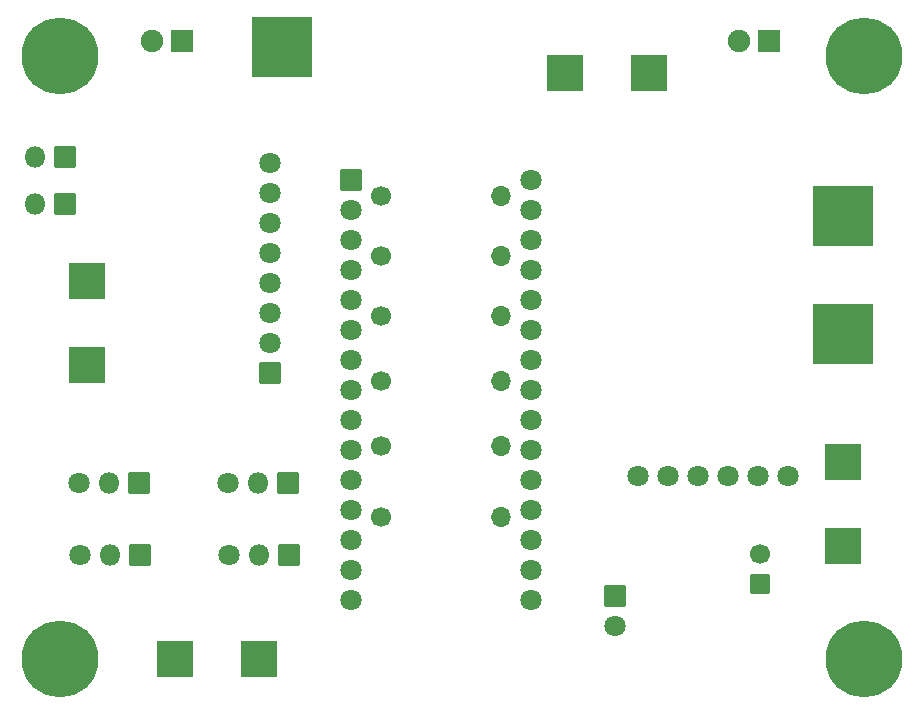
<source format=gbs>
G04 #@! TF.GenerationSoftware,KiCad,Pcbnew,(6.0.10)*
G04 #@! TF.CreationDate,2023-05-03T21:15:51-04:00*
G04 #@! TF.ProjectId,MiniCopterSchematic,4d696e69-436f-4707-9465-72536368656d,v01*
G04 #@! TF.SameCoordinates,Original*
G04 #@! TF.FileFunction,Soldermask,Bot*
G04 #@! TF.FilePolarity,Negative*
%FSLAX46Y46*%
G04 Gerber Fmt 4.6, Leading zero omitted, Abs format (unit mm)*
G04 Created by KiCad (PCBNEW (6.0.10)) date 2023-05-03 21:15:51*
%MOMM*%
%LPD*%
G01*
G04 APERTURE LIST*
G04 Aperture macros list*
%AMRoundRect*
0 Rectangle with rounded corners*
0 $1 Rounding radius*
0 $2 $3 $4 $5 $6 $7 $8 $9 X,Y pos of 4 corners*
0 Add a 4 corners polygon primitive as box body*
4,1,4,$2,$3,$4,$5,$6,$7,$8,$9,$2,$3,0*
0 Add four circle primitives for the rounded corners*
1,1,$1+$1,$2,$3*
1,1,$1+$1,$4,$5*
1,1,$1+$1,$6,$7*
1,1,$1+$1,$8,$9*
0 Add four rect primitives between the rounded corners*
20,1,$1+$1,$2,$3,$4,$5,0*
20,1,$1+$1,$4,$5,$6,$7,0*
20,1,$1+$1,$6,$7,$8,$9,0*
20,1,$1+$1,$8,$9,$2,$3,0*%
G04 Aperture macros list end*
%ADD10C,6.500000*%
%ADD11RoundRect,0.050000X0.850000X-0.850000X0.850000X0.850000X-0.850000X0.850000X-0.850000X-0.850000X0*%
%ADD12O,1.800000X1.800000*%
%ADD13C,1.800000*%
%ADD14C,1.700000*%
%ADD15O,1.700000X1.700000*%
%ADD16RoundRect,0.050000X-0.850000X-0.850000X0.850000X-0.850000X0.850000X0.850000X-0.850000X0.850000X0*%
%ADD17RoundRect,0.050000X0.900000X0.900000X-0.900000X0.900000X-0.900000X-0.900000X0.900000X-0.900000X0*%
%ADD18C,1.900000*%
%ADD19RoundRect,0.050000X-0.850000X0.850000X-0.850000X-0.850000X0.850000X-0.850000X0.850000X0.850000X0*%
%ADD20RoundRect,0.050000X0.800000X-0.800000X0.800000X0.800000X-0.800000X0.800000X-0.800000X-0.800000X0*%
%ADD21RoundRect,0.050000X-1.500000X1.500000X-1.500000X-1.500000X1.500000X-1.500000X1.500000X1.500000X0*%
%ADD22RoundRect,0.050000X-2.500000X-2.500000X2.500000X-2.500000X2.500000X2.500000X-2.500000X2.500000X0*%
%ADD23RoundRect,0.050000X-1.500000X-1.500000X1.500000X-1.500000X1.500000X1.500000X-1.500000X1.500000X0*%
%ADD24RoundRect,0.050000X-2.500000X2.500000X-2.500000X-2.500000X2.500000X-2.500000X2.500000X2.500000X0*%
%ADD25RoundRect,0.050000X1.500000X1.500000X-1.500000X1.500000X-1.500000X-1.500000X1.500000X-1.500000X0*%
G04 APERTURE END LIST*
D10*
X77740000Y-77500000D03*
D11*
X97047000Y-113596000D03*
D12*
X94507000Y-113596000D03*
D13*
X91967000Y-113596000D03*
D14*
X104920000Y-105000000D03*
D15*
X115080000Y-105000000D03*
D16*
X124727013Y-123240000D03*
D13*
X124727013Y-125780000D03*
X139332013Y-113080000D03*
X136792013Y-113080000D03*
X134252013Y-113080000D03*
X131712013Y-113080000D03*
X129172013Y-113080000D03*
X126632013Y-113080000D03*
D14*
X104920000Y-116500000D03*
D15*
X115080000Y-116500000D03*
D16*
X102385000Y-88000000D03*
D13*
X102385000Y-90540000D03*
X102385000Y-93080000D03*
X102385000Y-95620000D03*
X102385000Y-98160000D03*
X102385000Y-100700000D03*
X102385000Y-103240000D03*
X102385000Y-105780000D03*
X102385000Y-108320000D03*
X102385000Y-110860000D03*
X102385000Y-113400000D03*
X102385000Y-115940000D03*
X102385000Y-118480000D03*
X102385000Y-121020000D03*
X102385000Y-123560000D03*
X117625000Y-123560000D03*
X117625000Y-121020000D03*
X117625000Y-118480000D03*
X117625000Y-115940000D03*
X117625000Y-113400000D03*
X117625000Y-110860000D03*
X117625000Y-108320000D03*
X117625000Y-105780000D03*
X117625000Y-103240000D03*
X117625000Y-100700000D03*
X117625000Y-98160000D03*
X117625000Y-95620000D03*
X117625000Y-93080000D03*
X117625000Y-90540000D03*
X117625000Y-88000000D03*
D14*
X104920000Y-94400000D03*
D15*
X115080000Y-94400000D03*
D17*
X88040000Y-76250000D03*
D18*
X85500000Y-76250000D03*
D19*
X78140000Y-90000000D03*
D12*
X75600000Y-90000000D03*
D20*
X137000000Y-122182380D03*
D14*
X137000000Y-119682380D03*
D17*
X137740000Y-76250000D03*
D18*
X135200000Y-76250000D03*
D14*
X104920000Y-89300000D03*
D15*
X115080000Y-89300000D03*
D10*
X145740000Y-77500000D03*
X145740000Y-128500000D03*
D19*
X78140000Y-86000000D03*
D12*
X75600000Y-86000000D03*
D11*
X84455000Y-119750000D03*
D12*
X81915000Y-119750000D03*
D13*
X79375000Y-119750000D03*
D11*
X97070000Y-119725000D03*
D12*
X94530000Y-119725000D03*
D13*
X91990000Y-119725000D03*
D10*
X77740000Y-128500000D03*
D14*
X104920000Y-99500000D03*
D15*
X115080000Y-99500000D03*
D14*
X104920000Y-110500000D03*
D15*
X115080000Y-110500000D03*
D19*
X95505290Y-104315290D03*
D13*
X95505290Y-101775290D03*
X95505290Y-99235290D03*
X95505290Y-96695290D03*
X95505290Y-94155290D03*
X95505290Y-91615290D03*
X95505290Y-89075290D03*
X95505290Y-86535290D03*
D11*
X84400000Y-113600000D03*
D12*
X81860000Y-113600000D03*
D13*
X79320000Y-113600000D03*
D21*
X144000000Y-111888000D03*
X144000000Y-119000000D03*
D22*
X96520000Y-76750000D03*
D23*
X87444000Y-128500000D03*
X94556000Y-128500000D03*
D24*
X144000000Y-91000000D03*
X144000000Y-101000000D03*
D21*
X80000000Y-96500000D03*
X80000000Y-103612000D03*
D25*
X127612000Y-78900000D03*
X120500000Y-78900000D03*
M02*

</source>
